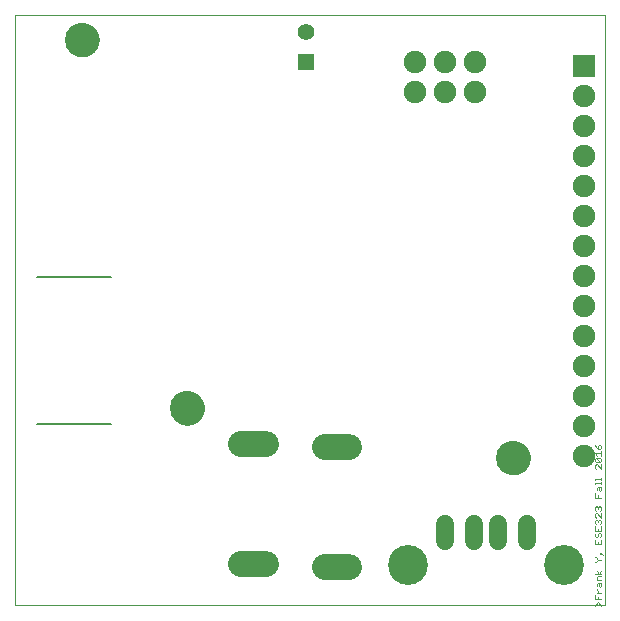
<source format=gbs>
G75*
%MOIN*%
%OFA0B0*%
%FSLAX25Y25*%
%IPPOS*%
%LPD*%
%AMOC8*
5,1,8,0,0,1.08239X$1,22.5*
%
%ADD10C,0.00200*%
%ADD11C,0.00000*%
%ADD12C,0.11424*%
%ADD13C,0.06000*%
%ADD14C,0.13300*%
%ADD15C,0.07487*%
%ADD16R,0.07487X0.07487*%
%ADD17C,0.00500*%
%ADD18R,0.05550X0.05550*%
%ADD19C,0.05550*%
%ADD20C,0.08668*%
D10*
X0204438Y0032628D02*
X0205539Y0034095D01*
X0206640Y0032628D01*
X0206640Y0034837D02*
X0204438Y0034837D01*
X0204438Y0036305D01*
X0205172Y0037047D02*
X0206640Y0037047D01*
X0205906Y0037047D02*
X0205172Y0037781D01*
X0205172Y0038148D01*
X0205172Y0039256D02*
X0205172Y0039990D01*
X0205539Y0040357D01*
X0206640Y0040357D01*
X0206640Y0039256D01*
X0206273Y0038889D01*
X0205906Y0039256D01*
X0205906Y0040357D01*
X0205172Y0041099D02*
X0205172Y0042200D01*
X0205539Y0042567D01*
X0206640Y0042567D01*
X0206640Y0043309D02*
X0204438Y0043309D01*
X0205172Y0044410D02*
X0205906Y0043309D01*
X0206640Y0044410D01*
X0206640Y0041099D02*
X0205172Y0041099D01*
X0205539Y0035571D02*
X0205539Y0034837D01*
X0204805Y0047360D02*
X0205539Y0048094D01*
X0206640Y0048094D01*
X0205539Y0048094D02*
X0204805Y0048828D01*
X0204438Y0048828D01*
X0204438Y0047360D02*
X0204805Y0047360D01*
X0206273Y0049937D02*
X0206640Y0049937D01*
X0206640Y0050304D01*
X0206273Y0050304D01*
X0206273Y0049937D01*
X0206640Y0050304D02*
X0207374Y0049570D01*
X0206640Y0053253D02*
X0204438Y0053253D01*
X0204438Y0054721D01*
X0204805Y0055463D02*
X0205172Y0055463D01*
X0205539Y0055830D01*
X0205539Y0056564D01*
X0205906Y0056931D01*
X0206273Y0056931D01*
X0206640Y0056564D01*
X0206640Y0055830D01*
X0206273Y0055463D01*
X0206640Y0054721D02*
X0206640Y0053253D01*
X0205539Y0053253D02*
X0205539Y0053987D01*
X0204805Y0055463D02*
X0204438Y0055830D01*
X0204438Y0056564D01*
X0204805Y0056931D01*
X0204438Y0057673D02*
X0206640Y0057673D01*
X0206640Y0059141D01*
X0206273Y0059883D02*
X0206640Y0060250D01*
X0206640Y0060984D01*
X0206273Y0061351D01*
X0205906Y0061351D01*
X0205539Y0060984D01*
X0205539Y0060617D01*
X0205539Y0060984D02*
X0205172Y0061351D01*
X0204805Y0061351D01*
X0204438Y0060984D01*
X0204438Y0060250D01*
X0204805Y0059883D01*
X0204438Y0059141D02*
X0204438Y0057673D01*
X0205539Y0057673D02*
X0205539Y0058407D01*
X0204805Y0062093D02*
X0204438Y0062460D01*
X0204438Y0063194D01*
X0204805Y0063561D01*
X0205172Y0063561D01*
X0206640Y0062093D01*
X0206640Y0063561D01*
X0206273Y0064303D02*
X0206640Y0064669D01*
X0206640Y0065403D01*
X0206273Y0065770D01*
X0205906Y0065770D01*
X0205539Y0065403D01*
X0205539Y0065036D01*
X0205539Y0065403D02*
X0205172Y0065770D01*
X0204805Y0065770D01*
X0204438Y0065403D01*
X0204438Y0064669D01*
X0204805Y0064303D01*
X0204438Y0068722D02*
X0204438Y0070190D01*
X0205539Y0069456D02*
X0205539Y0068722D01*
X0206640Y0068722D02*
X0204438Y0068722D01*
X0205172Y0071299D02*
X0205172Y0072033D01*
X0205539Y0072400D01*
X0206640Y0072400D01*
X0206640Y0071299D01*
X0206273Y0070932D01*
X0205906Y0071299D01*
X0205906Y0072400D01*
X0206640Y0073142D02*
X0206640Y0073876D01*
X0206640Y0073509D02*
X0204438Y0073509D01*
X0204438Y0073142D01*
X0204438Y0074615D02*
X0204438Y0074982D01*
X0206640Y0074982D01*
X0206640Y0074615D02*
X0206640Y0075349D01*
X0206640Y0078298D02*
X0205172Y0079766D01*
X0204805Y0079766D01*
X0204438Y0079399D01*
X0204438Y0078665D01*
X0204805Y0078298D01*
X0206640Y0078298D02*
X0206640Y0079766D01*
X0206273Y0080508D02*
X0204805Y0081976D01*
X0206273Y0081976D01*
X0206640Y0081609D01*
X0206640Y0080875D01*
X0206273Y0080508D01*
X0204805Y0080508D01*
X0204438Y0080875D01*
X0204438Y0081609D01*
X0204805Y0081976D01*
X0205172Y0082718D02*
X0204438Y0083452D01*
X0206640Y0083452D01*
X0206640Y0082718D02*
X0206640Y0084186D01*
X0206273Y0084928D02*
X0206640Y0085295D01*
X0206640Y0086029D01*
X0206273Y0086396D01*
X0205906Y0086396D01*
X0205539Y0086029D01*
X0205539Y0084928D01*
X0206273Y0084928D01*
X0205539Y0084928D02*
X0204805Y0085662D01*
X0204438Y0086396D01*
D11*
X0011150Y0032803D02*
X0011150Y0229654D01*
X0208000Y0229654D01*
X0208000Y0032803D01*
X0011150Y0032803D01*
X0063118Y0098551D02*
X0063120Y0098699D01*
X0063126Y0098847D01*
X0063136Y0098995D01*
X0063150Y0099142D01*
X0063168Y0099289D01*
X0063189Y0099435D01*
X0063215Y0099581D01*
X0063245Y0099726D01*
X0063278Y0099870D01*
X0063316Y0100013D01*
X0063357Y0100155D01*
X0063402Y0100296D01*
X0063450Y0100436D01*
X0063503Y0100575D01*
X0063559Y0100712D01*
X0063619Y0100847D01*
X0063682Y0100981D01*
X0063749Y0101113D01*
X0063820Y0101243D01*
X0063894Y0101371D01*
X0063971Y0101497D01*
X0064052Y0101621D01*
X0064136Y0101743D01*
X0064223Y0101862D01*
X0064314Y0101979D01*
X0064408Y0102094D01*
X0064504Y0102206D01*
X0064604Y0102316D01*
X0064706Y0102422D01*
X0064812Y0102526D01*
X0064920Y0102627D01*
X0065031Y0102725D01*
X0065144Y0102821D01*
X0065260Y0102913D01*
X0065378Y0103002D01*
X0065499Y0103087D01*
X0065622Y0103170D01*
X0065747Y0103249D01*
X0065874Y0103325D01*
X0066003Y0103397D01*
X0066134Y0103466D01*
X0066267Y0103531D01*
X0066402Y0103592D01*
X0066538Y0103650D01*
X0066675Y0103705D01*
X0066814Y0103755D01*
X0066955Y0103802D01*
X0067096Y0103845D01*
X0067239Y0103885D01*
X0067383Y0103920D01*
X0067527Y0103952D01*
X0067673Y0103979D01*
X0067819Y0104003D01*
X0067966Y0104023D01*
X0068113Y0104039D01*
X0068260Y0104051D01*
X0068408Y0104059D01*
X0068556Y0104063D01*
X0068704Y0104063D01*
X0068852Y0104059D01*
X0069000Y0104051D01*
X0069147Y0104039D01*
X0069294Y0104023D01*
X0069441Y0104003D01*
X0069587Y0103979D01*
X0069733Y0103952D01*
X0069877Y0103920D01*
X0070021Y0103885D01*
X0070164Y0103845D01*
X0070305Y0103802D01*
X0070446Y0103755D01*
X0070585Y0103705D01*
X0070722Y0103650D01*
X0070858Y0103592D01*
X0070993Y0103531D01*
X0071126Y0103466D01*
X0071257Y0103397D01*
X0071386Y0103325D01*
X0071513Y0103249D01*
X0071638Y0103170D01*
X0071761Y0103087D01*
X0071882Y0103002D01*
X0072000Y0102913D01*
X0072116Y0102821D01*
X0072229Y0102725D01*
X0072340Y0102627D01*
X0072448Y0102526D01*
X0072554Y0102422D01*
X0072656Y0102316D01*
X0072756Y0102206D01*
X0072852Y0102094D01*
X0072946Y0101979D01*
X0073037Y0101862D01*
X0073124Y0101743D01*
X0073208Y0101621D01*
X0073289Y0101497D01*
X0073366Y0101371D01*
X0073440Y0101243D01*
X0073511Y0101113D01*
X0073578Y0100981D01*
X0073641Y0100847D01*
X0073701Y0100712D01*
X0073757Y0100575D01*
X0073810Y0100436D01*
X0073858Y0100296D01*
X0073903Y0100155D01*
X0073944Y0100013D01*
X0073982Y0099870D01*
X0074015Y0099726D01*
X0074045Y0099581D01*
X0074071Y0099435D01*
X0074092Y0099289D01*
X0074110Y0099142D01*
X0074124Y0098995D01*
X0074134Y0098847D01*
X0074140Y0098699D01*
X0074142Y0098551D01*
X0074140Y0098403D01*
X0074134Y0098255D01*
X0074124Y0098107D01*
X0074110Y0097960D01*
X0074092Y0097813D01*
X0074071Y0097667D01*
X0074045Y0097521D01*
X0074015Y0097376D01*
X0073982Y0097232D01*
X0073944Y0097089D01*
X0073903Y0096947D01*
X0073858Y0096806D01*
X0073810Y0096666D01*
X0073757Y0096527D01*
X0073701Y0096390D01*
X0073641Y0096255D01*
X0073578Y0096121D01*
X0073511Y0095989D01*
X0073440Y0095859D01*
X0073366Y0095731D01*
X0073289Y0095605D01*
X0073208Y0095481D01*
X0073124Y0095359D01*
X0073037Y0095240D01*
X0072946Y0095123D01*
X0072852Y0095008D01*
X0072756Y0094896D01*
X0072656Y0094786D01*
X0072554Y0094680D01*
X0072448Y0094576D01*
X0072340Y0094475D01*
X0072229Y0094377D01*
X0072116Y0094281D01*
X0072000Y0094189D01*
X0071882Y0094100D01*
X0071761Y0094015D01*
X0071638Y0093932D01*
X0071513Y0093853D01*
X0071386Y0093777D01*
X0071257Y0093705D01*
X0071126Y0093636D01*
X0070993Y0093571D01*
X0070858Y0093510D01*
X0070722Y0093452D01*
X0070585Y0093397D01*
X0070446Y0093347D01*
X0070305Y0093300D01*
X0070164Y0093257D01*
X0070021Y0093217D01*
X0069877Y0093182D01*
X0069733Y0093150D01*
X0069587Y0093123D01*
X0069441Y0093099D01*
X0069294Y0093079D01*
X0069147Y0093063D01*
X0069000Y0093051D01*
X0068852Y0093043D01*
X0068704Y0093039D01*
X0068556Y0093039D01*
X0068408Y0093043D01*
X0068260Y0093051D01*
X0068113Y0093063D01*
X0067966Y0093079D01*
X0067819Y0093099D01*
X0067673Y0093123D01*
X0067527Y0093150D01*
X0067383Y0093182D01*
X0067239Y0093217D01*
X0067096Y0093257D01*
X0066955Y0093300D01*
X0066814Y0093347D01*
X0066675Y0093397D01*
X0066538Y0093452D01*
X0066402Y0093510D01*
X0066267Y0093571D01*
X0066134Y0093636D01*
X0066003Y0093705D01*
X0065874Y0093777D01*
X0065747Y0093853D01*
X0065622Y0093932D01*
X0065499Y0094015D01*
X0065378Y0094100D01*
X0065260Y0094189D01*
X0065144Y0094281D01*
X0065031Y0094377D01*
X0064920Y0094475D01*
X0064812Y0094576D01*
X0064706Y0094680D01*
X0064604Y0094786D01*
X0064504Y0094896D01*
X0064408Y0095008D01*
X0064314Y0095123D01*
X0064223Y0095240D01*
X0064136Y0095359D01*
X0064052Y0095481D01*
X0063971Y0095605D01*
X0063894Y0095731D01*
X0063820Y0095859D01*
X0063749Y0095989D01*
X0063682Y0096121D01*
X0063619Y0096255D01*
X0063559Y0096390D01*
X0063503Y0096527D01*
X0063450Y0096666D01*
X0063402Y0096806D01*
X0063357Y0096947D01*
X0063316Y0097089D01*
X0063278Y0097232D01*
X0063245Y0097376D01*
X0063215Y0097521D01*
X0063189Y0097667D01*
X0063168Y0097813D01*
X0063150Y0097960D01*
X0063136Y0098107D01*
X0063126Y0098255D01*
X0063120Y0098403D01*
X0063118Y0098551D01*
X0028079Y0221386D02*
X0028081Y0221534D01*
X0028087Y0221682D01*
X0028097Y0221830D01*
X0028111Y0221977D01*
X0028129Y0222124D01*
X0028150Y0222270D01*
X0028176Y0222416D01*
X0028206Y0222561D01*
X0028239Y0222705D01*
X0028277Y0222848D01*
X0028318Y0222990D01*
X0028363Y0223131D01*
X0028411Y0223271D01*
X0028464Y0223410D01*
X0028520Y0223547D01*
X0028580Y0223682D01*
X0028643Y0223816D01*
X0028710Y0223948D01*
X0028781Y0224078D01*
X0028855Y0224206D01*
X0028932Y0224332D01*
X0029013Y0224456D01*
X0029097Y0224578D01*
X0029184Y0224697D01*
X0029275Y0224814D01*
X0029369Y0224929D01*
X0029465Y0225041D01*
X0029565Y0225151D01*
X0029667Y0225257D01*
X0029773Y0225361D01*
X0029881Y0225462D01*
X0029992Y0225560D01*
X0030105Y0225656D01*
X0030221Y0225748D01*
X0030339Y0225837D01*
X0030460Y0225922D01*
X0030583Y0226005D01*
X0030708Y0226084D01*
X0030835Y0226160D01*
X0030964Y0226232D01*
X0031095Y0226301D01*
X0031228Y0226366D01*
X0031363Y0226427D01*
X0031499Y0226485D01*
X0031636Y0226540D01*
X0031775Y0226590D01*
X0031916Y0226637D01*
X0032057Y0226680D01*
X0032200Y0226720D01*
X0032344Y0226755D01*
X0032488Y0226787D01*
X0032634Y0226814D01*
X0032780Y0226838D01*
X0032927Y0226858D01*
X0033074Y0226874D01*
X0033221Y0226886D01*
X0033369Y0226894D01*
X0033517Y0226898D01*
X0033665Y0226898D01*
X0033813Y0226894D01*
X0033961Y0226886D01*
X0034108Y0226874D01*
X0034255Y0226858D01*
X0034402Y0226838D01*
X0034548Y0226814D01*
X0034694Y0226787D01*
X0034838Y0226755D01*
X0034982Y0226720D01*
X0035125Y0226680D01*
X0035266Y0226637D01*
X0035407Y0226590D01*
X0035546Y0226540D01*
X0035683Y0226485D01*
X0035819Y0226427D01*
X0035954Y0226366D01*
X0036087Y0226301D01*
X0036218Y0226232D01*
X0036347Y0226160D01*
X0036474Y0226084D01*
X0036599Y0226005D01*
X0036722Y0225922D01*
X0036843Y0225837D01*
X0036961Y0225748D01*
X0037077Y0225656D01*
X0037190Y0225560D01*
X0037301Y0225462D01*
X0037409Y0225361D01*
X0037515Y0225257D01*
X0037617Y0225151D01*
X0037717Y0225041D01*
X0037813Y0224929D01*
X0037907Y0224814D01*
X0037998Y0224697D01*
X0038085Y0224578D01*
X0038169Y0224456D01*
X0038250Y0224332D01*
X0038327Y0224206D01*
X0038401Y0224078D01*
X0038472Y0223948D01*
X0038539Y0223816D01*
X0038602Y0223682D01*
X0038662Y0223547D01*
X0038718Y0223410D01*
X0038771Y0223271D01*
X0038819Y0223131D01*
X0038864Y0222990D01*
X0038905Y0222848D01*
X0038943Y0222705D01*
X0038976Y0222561D01*
X0039006Y0222416D01*
X0039032Y0222270D01*
X0039053Y0222124D01*
X0039071Y0221977D01*
X0039085Y0221830D01*
X0039095Y0221682D01*
X0039101Y0221534D01*
X0039103Y0221386D01*
X0039101Y0221238D01*
X0039095Y0221090D01*
X0039085Y0220942D01*
X0039071Y0220795D01*
X0039053Y0220648D01*
X0039032Y0220502D01*
X0039006Y0220356D01*
X0038976Y0220211D01*
X0038943Y0220067D01*
X0038905Y0219924D01*
X0038864Y0219782D01*
X0038819Y0219641D01*
X0038771Y0219501D01*
X0038718Y0219362D01*
X0038662Y0219225D01*
X0038602Y0219090D01*
X0038539Y0218956D01*
X0038472Y0218824D01*
X0038401Y0218694D01*
X0038327Y0218566D01*
X0038250Y0218440D01*
X0038169Y0218316D01*
X0038085Y0218194D01*
X0037998Y0218075D01*
X0037907Y0217958D01*
X0037813Y0217843D01*
X0037717Y0217731D01*
X0037617Y0217621D01*
X0037515Y0217515D01*
X0037409Y0217411D01*
X0037301Y0217310D01*
X0037190Y0217212D01*
X0037077Y0217116D01*
X0036961Y0217024D01*
X0036843Y0216935D01*
X0036722Y0216850D01*
X0036599Y0216767D01*
X0036474Y0216688D01*
X0036347Y0216612D01*
X0036218Y0216540D01*
X0036087Y0216471D01*
X0035954Y0216406D01*
X0035819Y0216345D01*
X0035683Y0216287D01*
X0035546Y0216232D01*
X0035407Y0216182D01*
X0035266Y0216135D01*
X0035125Y0216092D01*
X0034982Y0216052D01*
X0034838Y0216017D01*
X0034694Y0215985D01*
X0034548Y0215958D01*
X0034402Y0215934D01*
X0034255Y0215914D01*
X0034108Y0215898D01*
X0033961Y0215886D01*
X0033813Y0215878D01*
X0033665Y0215874D01*
X0033517Y0215874D01*
X0033369Y0215878D01*
X0033221Y0215886D01*
X0033074Y0215898D01*
X0032927Y0215914D01*
X0032780Y0215934D01*
X0032634Y0215958D01*
X0032488Y0215985D01*
X0032344Y0216017D01*
X0032200Y0216052D01*
X0032057Y0216092D01*
X0031916Y0216135D01*
X0031775Y0216182D01*
X0031636Y0216232D01*
X0031499Y0216287D01*
X0031363Y0216345D01*
X0031228Y0216406D01*
X0031095Y0216471D01*
X0030964Y0216540D01*
X0030835Y0216612D01*
X0030708Y0216688D01*
X0030583Y0216767D01*
X0030460Y0216850D01*
X0030339Y0216935D01*
X0030221Y0217024D01*
X0030105Y0217116D01*
X0029992Y0217212D01*
X0029881Y0217310D01*
X0029773Y0217411D01*
X0029667Y0217515D01*
X0029565Y0217621D01*
X0029465Y0217731D01*
X0029369Y0217843D01*
X0029275Y0217958D01*
X0029184Y0218075D01*
X0029097Y0218194D01*
X0029013Y0218316D01*
X0028932Y0218440D01*
X0028855Y0218566D01*
X0028781Y0218694D01*
X0028710Y0218824D01*
X0028643Y0218956D01*
X0028580Y0219090D01*
X0028520Y0219225D01*
X0028464Y0219362D01*
X0028411Y0219501D01*
X0028363Y0219641D01*
X0028318Y0219782D01*
X0028277Y0219924D01*
X0028239Y0220067D01*
X0028206Y0220211D01*
X0028176Y0220356D01*
X0028150Y0220502D01*
X0028129Y0220648D01*
X0028111Y0220795D01*
X0028097Y0220942D01*
X0028087Y0221090D01*
X0028081Y0221238D01*
X0028079Y0221386D01*
X0171779Y0082016D02*
X0171781Y0082164D01*
X0171787Y0082312D01*
X0171797Y0082460D01*
X0171811Y0082607D01*
X0171829Y0082754D01*
X0171850Y0082900D01*
X0171876Y0083046D01*
X0171906Y0083191D01*
X0171939Y0083335D01*
X0171977Y0083478D01*
X0172018Y0083620D01*
X0172063Y0083761D01*
X0172111Y0083901D01*
X0172164Y0084040D01*
X0172220Y0084177D01*
X0172280Y0084312D01*
X0172343Y0084446D01*
X0172410Y0084578D01*
X0172481Y0084708D01*
X0172555Y0084836D01*
X0172632Y0084962D01*
X0172713Y0085086D01*
X0172797Y0085208D01*
X0172884Y0085327D01*
X0172975Y0085444D01*
X0173069Y0085559D01*
X0173165Y0085671D01*
X0173265Y0085781D01*
X0173367Y0085887D01*
X0173473Y0085991D01*
X0173581Y0086092D01*
X0173692Y0086190D01*
X0173805Y0086286D01*
X0173921Y0086378D01*
X0174039Y0086467D01*
X0174160Y0086552D01*
X0174283Y0086635D01*
X0174408Y0086714D01*
X0174535Y0086790D01*
X0174664Y0086862D01*
X0174795Y0086931D01*
X0174928Y0086996D01*
X0175063Y0087057D01*
X0175199Y0087115D01*
X0175336Y0087170D01*
X0175475Y0087220D01*
X0175616Y0087267D01*
X0175757Y0087310D01*
X0175900Y0087350D01*
X0176044Y0087385D01*
X0176188Y0087417D01*
X0176334Y0087444D01*
X0176480Y0087468D01*
X0176627Y0087488D01*
X0176774Y0087504D01*
X0176921Y0087516D01*
X0177069Y0087524D01*
X0177217Y0087528D01*
X0177365Y0087528D01*
X0177513Y0087524D01*
X0177661Y0087516D01*
X0177808Y0087504D01*
X0177955Y0087488D01*
X0178102Y0087468D01*
X0178248Y0087444D01*
X0178394Y0087417D01*
X0178538Y0087385D01*
X0178682Y0087350D01*
X0178825Y0087310D01*
X0178966Y0087267D01*
X0179107Y0087220D01*
X0179246Y0087170D01*
X0179383Y0087115D01*
X0179519Y0087057D01*
X0179654Y0086996D01*
X0179787Y0086931D01*
X0179918Y0086862D01*
X0180047Y0086790D01*
X0180174Y0086714D01*
X0180299Y0086635D01*
X0180422Y0086552D01*
X0180543Y0086467D01*
X0180661Y0086378D01*
X0180777Y0086286D01*
X0180890Y0086190D01*
X0181001Y0086092D01*
X0181109Y0085991D01*
X0181215Y0085887D01*
X0181317Y0085781D01*
X0181417Y0085671D01*
X0181513Y0085559D01*
X0181607Y0085444D01*
X0181698Y0085327D01*
X0181785Y0085208D01*
X0181869Y0085086D01*
X0181950Y0084962D01*
X0182027Y0084836D01*
X0182101Y0084708D01*
X0182172Y0084578D01*
X0182239Y0084446D01*
X0182302Y0084312D01*
X0182362Y0084177D01*
X0182418Y0084040D01*
X0182471Y0083901D01*
X0182519Y0083761D01*
X0182564Y0083620D01*
X0182605Y0083478D01*
X0182643Y0083335D01*
X0182676Y0083191D01*
X0182706Y0083046D01*
X0182732Y0082900D01*
X0182753Y0082754D01*
X0182771Y0082607D01*
X0182785Y0082460D01*
X0182795Y0082312D01*
X0182801Y0082164D01*
X0182803Y0082016D01*
X0182801Y0081868D01*
X0182795Y0081720D01*
X0182785Y0081572D01*
X0182771Y0081425D01*
X0182753Y0081278D01*
X0182732Y0081132D01*
X0182706Y0080986D01*
X0182676Y0080841D01*
X0182643Y0080697D01*
X0182605Y0080554D01*
X0182564Y0080412D01*
X0182519Y0080271D01*
X0182471Y0080131D01*
X0182418Y0079992D01*
X0182362Y0079855D01*
X0182302Y0079720D01*
X0182239Y0079586D01*
X0182172Y0079454D01*
X0182101Y0079324D01*
X0182027Y0079196D01*
X0181950Y0079070D01*
X0181869Y0078946D01*
X0181785Y0078824D01*
X0181698Y0078705D01*
X0181607Y0078588D01*
X0181513Y0078473D01*
X0181417Y0078361D01*
X0181317Y0078251D01*
X0181215Y0078145D01*
X0181109Y0078041D01*
X0181001Y0077940D01*
X0180890Y0077842D01*
X0180777Y0077746D01*
X0180661Y0077654D01*
X0180543Y0077565D01*
X0180422Y0077480D01*
X0180299Y0077397D01*
X0180174Y0077318D01*
X0180047Y0077242D01*
X0179918Y0077170D01*
X0179787Y0077101D01*
X0179654Y0077036D01*
X0179519Y0076975D01*
X0179383Y0076917D01*
X0179246Y0076862D01*
X0179107Y0076812D01*
X0178966Y0076765D01*
X0178825Y0076722D01*
X0178682Y0076682D01*
X0178538Y0076647D01*
X0178394Y0076615D01*
X0178248Y0076588D01*
X0178102Y0076564D01*
X0177955Y0076544D01*
X0177808Y0076528D01*
X0177661Y0076516D01*
X0177513Y0076508D01*
X0177365Y0076504D01*
X0177217Y0076504D01*
X0177069Y0076508D01*
X0176921Y0076516D01*
X0176774Y0076528D01*
X0176627Y0076544D01*
X0176480Y0076564D01*
X0176334Y0076588D01*
X0176188Y0076615D01*
X0176044Y0076647D01*
X0175900Y0076682D01*
X0175757Y0076722D01*
X0175616Y0076765D01*
X0175475Y0076812D01*
X0175336Y0076862D01*
X0175199Y0076917D01*
X0175063Y0076975D01*
X0174928Y0077036D01*
X0174795Y0077101D01*
X0174664Y0077170D01*
X0174535Y0077242D01*
X0174408Y0077318D01*
X0174283Y0077397D01*
X0174160Y0077480D01*
X0174039Y0077565D01*
X0173921Y0077654D01*
X0173805Y0077746D01*
X0173692Y0077842D01*
X0173581Y0077940D01*
X0173473Y0078041D01*
X0173367Y0078145D01*
X0173265Y0078251D01*
X0173165Y0078361D01*
X0173069Y0078473D01*
X0172975Y0078588D01*
X0172884Y0078705D01*
X0172797Y0078824D01*
X0172713Y0078946D01*
X0172632Y0079070D01*
X0172555Y0079196D01*
X0172481Y0079324D01*
X0172410Y0079454D01*
X0172343Y0079586D01*
X0172280Y0079720D01*
X0172220Y0079855D01*
X0172164Y0079992D01*
X0172111Y0080131D01*
X0172063Y0080271D01*
X0172018Y0080412D01*
X0171977Y0080554D01*
X0171939Y0080697D01*
X0171906Y0080841D01*
X0171876Y0080986D01*
X0171850Y0081132D01*
X0171829Y0081278D01*
X0171811Y0081425D01*
X0171797Y0081572D01*
X0171787Y0081720D01*
X0171781Y0081868D01*
X0171779Y0082016D01*
D12*
X0177291Y0082016D03*
X0068630Y0098551D03*
X0033591Y0221386D03*
D13*
X0154457Y0059776D02*
X0154457Y0054176D01*
X0164299Y0054176D02*
X0164299Y0059776D01*
X0172173Y0059776D02*
X0172173Y0054176D01*
X0182016Y0054176D02*
X0182016Y0059776D01*
D14*
X0194220Y0046307D03*
X0142252Y0046307D03*
D15*
X0200756Y0082567D03*
X0200756Y0092567D03*
X0200756Y0102567D03*
X0200756Y0112567D03*
X0200756Y0122567D03*
X0200756Y0132567D03*
X0200756Y0142567D03*
X0200756Y0152567D03*
X0200756Y0162567D03*
X0200756Y0172567D03*
X0200756Y0182567D03*
X0200756Y0192567D03*
X0200756Y0202567D03*
X0164457Y0203984D03*
X0164457Y0213984D03*
X0154457Y0213984D03*
X0154457Y0203984D03*
X0144457Y0203984D03*
X0144457Y0213984D03*
D16*
X0200756Y0212567D03*
D17*
X0043197Y0142134D02*
X0018394Y0142134D01*
X0018394Y0093315D02*
X0043197Y0093315D01*
D18*
X0108315Y0213945D03*
D19*
X0108315Y0223945D03*
D20*
X0094732Y0086465D02*
X0086465Y0086465D01*
X0114417Y0085677D02*
X0122685Y0085677D01*
X0122685Y0045677D02*
X0114417Y0045677D01*
X0094732Y0046465D02*
X0086465Y0046465D01*
M02*

</source>
